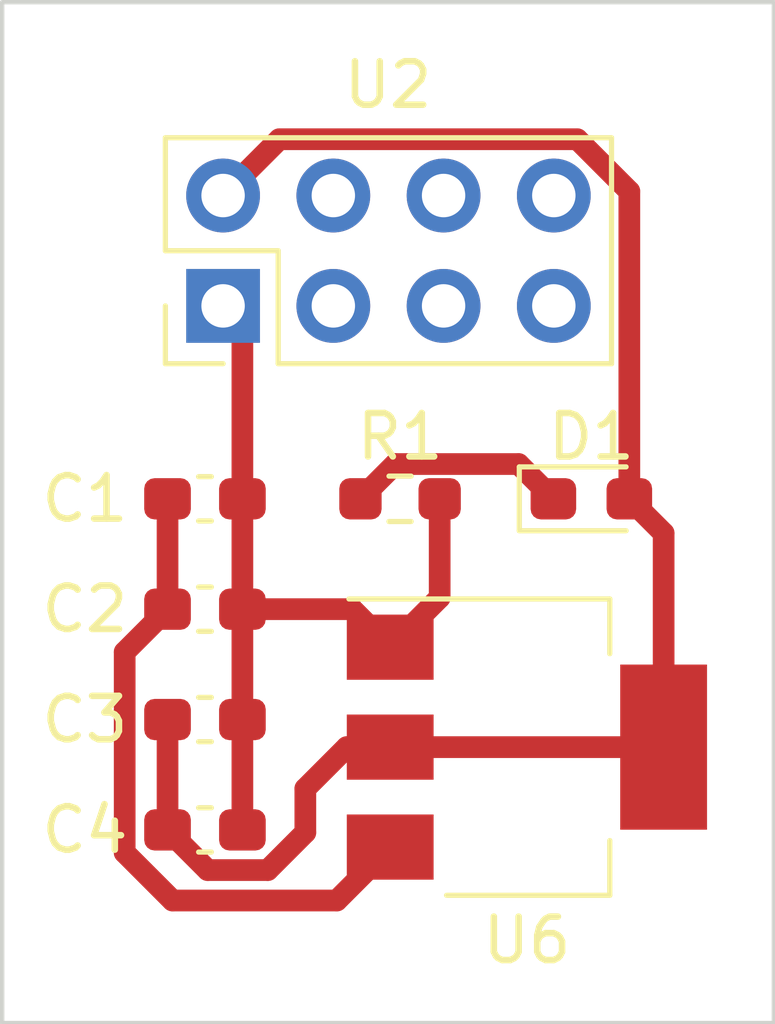
<source format=kicad_pcb>
(kicad_pcb (version 20221018) (generator pcbnew)
  (layers (0 "F.Cu" signal) (31 "B.Cu" signal) (34 "B.Paste" user) (35 "F.Paste" user) (36 "B.SilkS" user "B.Silkscreen") (37 "F.SilkS" user "F.Silkscreen") (38 "B.Mask" user) (39 "F.Mask" user) (44 "Edge.Cuts" user))
  (net 0 "")
  (net 1 "GND")
  (net 2 "NRF_VCC")
  (net 3 "+3.3V")
  (net 4 "Net-(D1-K)")
  (net 6 "NRF_MISO")
  (net 7 "NRF_MOSI")
  (net 8 "NRF_SCK")
  (net 9 "NRF_CSN")
  (net 10 "NRF_CE")
  (footprint "Package_TO_SOT_SMD:SOT-223-3_TabPin2" (layer "F.Cu") (at 145.44 96.52)
    (fp_text reference "U6" (at 0 4.445) (layer "F.SilkS"))
    (fp_text value "AP1117-33")
    (fp_line (start -4.1 -3.41) (end 1.91 -3.41) (stroke (width 0.12)) (layer "F.SilkS"))
    (fp_line (start -1.85 3.41) (end 1.91 3.41) (stroke (width 0.12)) (layer "F.SilkS"))
    (fp_line (start 1.91 -3.41) (end 1.91 -2.15) (stroke (width 0.12)) (layer "F.SilkS"))
    (fp_line (start 1.91 3.41) (end 1.91 2.15) (stroke (width 0.12)) (layer "F.SilkS"))
    (pad "1" smd rect (at -3.15 -2.3) (size 2 1.5) (layers "F.Cu" "F.Paste" "F.Mask") (net 1 "GND"))
    (pad "2" smd rect (at -3.15 0) (size 2 1.5) (layers "F.Cu" "F.Paste" "F.Mask") (net 2 "NRF_VCC"))
    (pad "2" smd rect (at 3.15 0) (size 2 3.8) (layers "F.Cu" "F.Paste" "F.Mask") (net 2 "NRF_VCC"))
    (pad "3" smd rect (at -3.15 2.3) (size 2 1.5) (layers "F.Cu" "F.Paste" "F.Mask") (net 3 "+3.3V"))
  )
  (footprint "Resistor_SMD:R_0603_1608Metric_Pad0.98x0.95mm_HandSolder" (layer "F.Cu") (at 142.5175 90.805)
    (fp_text reference "R1" (at 0 -1.43) (layer "F.SilkS"))
    (fp_text value "1k")
    (fp_line (start -0.254724 -0.5225) (end 0.254724 -0.5225) (stroke (width 0.12)) (layer "F.SilkS"))
    (fp_line (start -0.254724 0.5225) (end 0.254724 0.5225) (stroke (width 0.12)) (layer "F.SilkS"))
    (pad "1" smd roundrect (at -0.9125 0) (size 0.975 0.95) (layers "F.Cu" "F.Paste" "F.Mask") (net 4 "Net-(D1-K)"))
    (pad "2" smd roundrect (at 0.9125 0) (size 0.975 0.95) (layers "F.Cu" "F.Paste" "F.Mask") (net 1 "GND"))
  )
  (footprint "Capacitor_SMD:C_0603_1608Metric_Pad1.08x0.95mm_HandSolder" (layer "F.Cu") (at 138.0225 93.345)
    (fp_text reference "C2" (at -2.7675 0) (layer "F.SilkS"))
    (fp_text value "104")
    (fp_line (start -0.146267 -0.51) (end 0.146267 -0.51) (stroke (width 0.12)) (layer "F.SilkS"))
    (fp_line (start -0.146267 0.51) (end 0.146267 0.51) (stroke (width 0.12)) (layer "F.SilkS"))
    (pad "1" smd roundrect (at -0.8625 0) (size 1.075 0.95) (layers "F.Cu" "F.Paste" "F.Mask") (net 3 "+3.3V"))
    (pad "2" smd roundrect (at 0.8625 0) (size 1.075 0.95) (layers "F.Cu" "F.Paste" "F.Mask") (net 1 "GND"))
  )
  (footprint "Connector_PinHeader_2.54mm:PinHeader_2x04_P2.54mm_Vertical" (layer "F.Cu") (at 138.44 86.365 90)
    (fp_text reference "U2" (at 5.085 3.8) (layer "F.SilkS"))
    (fp_text value "~" hide)
    (fp_line (start -1.33 -1.33) (end 0 -1.33) (stroke (width 0.12)) (layer "F.SilkS"))
    (fp_line (start -1.33 0) (end -1.33 -1.33) (stroke (width 0.12)) (layer "F.SilkS"))
    (fp_line (start -1.33 1.27) (end -1.33 8.95) (stroke (width 0.12)) (layer "F.SilkS"))
    (fp_line (start -1.33 1.27) (end 1.27 1.27) (stroke (width 0.12)) (layer "F.SilkS"))
    (fp_line (start -1.33 8.95) (end 3.87 8.95) (stroke (width 0.12)) (layer "F.SilkS"))
    (fp_line (start 1.27 -1.33) (end 3.87 -1.33) (stroke (width 0.12)) (layer "F.SilkS"))
    (fp_line (start 1.27 1.27) (end 1.27 -1.33) (stroke (width 0.12)) (layer "F.SilkS"))
    (fp_line (start 3.87 -1.33) (end 3.87 8.95) (stroke (width 0.12)) (layer "F.SilkS"))
    (pad "1" thru_hole rect (at 0 0 90) (size 1.7 1.7) (drill 1) (layers "*.Cu" "*.Mask") (net 1 "GND"))
    (pad "2" thru_hole oval (at 2.54 0 90) (size 1.7 1.7) (drill 1) (layers "*.Cu" "*.Mask") (net 2 "NRF_VCC"))
    (pad "3" thru_hole oval (at 0 2.54 90) (size 1.7 1.7) (drill 1) (layers "*.Cu" "*.Mask") (net 10 "NRF_CE"))
    (pad "4" thru_hole oval (at 2.54 2.54 90) (size 1.7 1.7) (drill 1) (layers "*.Cu" "*.Mask") (net 9 "NRF_CSN"))
    (pad "5" thru_hole oval (at 0 5.08 90) (size 1.7 1.7) (drill 1) (layers "*.Cu" "*.Mask") (net 8 "NRF_SCK"))
    (pad "6" thru_hole oval (at 2.54 5.08 90) (size 1.7 1.7) (drill 1) (layers "*.Cu" "*.Mask") (net 7 "NRF_MOSI"))
    (pad "7" thru_hole oval (at 0 7.62 90) (size 1.7 1.7) (drill 1) (layers "*.Cu" "*.Mask") (net 6 "NRF_MISO"))
    (pad "8" thru_hole oval (at 2.54 7.62 90) (size 1.7 1.7) (drill 1) (layers "*.Cu" "*.Mask"))
  )
  (footprint "LED_SMD:LED_0603_1608Metric_Pad1.05x0.95mm_HandSolder" (layer "F.Cu") (at 146.925 90.805)
    (fp_text reference "D1" (at 0 -1.43) (layer "F.SilkS"))
    (fp_text value "LED")
    (fp_line (start -1.66 -0.735) (end -1.66 0.735) (stroke (width 0.12)) (layer "F.SilkS"))
    (fp_line (start -1.66 0.735) (end 0.8 0.735) (stroke (width 0.12)) (layer "F.SilkS"))
    (fp_line (start 0.8 -0.735) (end -1.66 -0.735) (stroke (width 0.12)) (layer "F.SilkS"))
    (pad "1" smd roundrect (at -0.875 0) (size 1.05 0.95) (layers "F.Cu" "F.Paste" "F.Mask") (net 4 "Net-(D1-K)"))
    (pad "2" smd roundrect (at 0.875 0) (size 1.05 0.95) (layers "F.Cu" "F.Paste" "F.Mask") (net 2 "NRF_VCC"))
  )
  (footprint "Capacitor_SMD:C_0603_1608Metric_Pad1.08x0.95mm_HandSolder" (layer "F.Cu") (at 138.0225 98.425)
    (fp_text reference "C4" (at -2.7675 0) (layer "F.SilkS"))
    (fp_text value "104")
    (fp_line (start -0.146267 -0.51) (end 0.146267 -0.51) (stroke (width 0.12)) (layer "F.SilkS"))
    (fp_line (start -0.146267 0.51) (end 0.146267 0.51) (stroke (width 0.12)) (layer "F.SilkS"))
    (pad "1" smd roundrect (at -0.8625 0) (size 1.075 0.95) (layers "F.Cu" "F.Paste" "F.Mask") (net 2 "NRF_VCC"))
    (pad "2" smd roundrect (at 0.8625 0) (size 1.075 0.95) (layers "F.Cu" "F.Paste" "F.Mask") (net 1 "GND"))
  )
  (footprint "Capacitor_SMD:C_0603_1608Metric_Pad1.08x0.95mm_HandSolder" (layer "F.Cu") (at 138.0225 90.805)
    (fp_text reference "C1" (at -2.7675 0) (layer "F.SilkS"))
    (fp_text value "10u")
    (fp_line (start -0.146267 -0.51) (end 0.146267 -0.51) (stroke (width 0.12)) (layer "F.SilkS"))
    (fp_line (start -0.146267 0.51) (end 0.146267 0.51) (stroke (width 0.12)) (layer "F.SilkS"))
    (pad "1" smd roundrect (at -0.8625 0) (size 1.075 0.95) (layers "F.Cu" "F.Paste" "F.Mask") (net 3 "+3.3V"))
    (pad "2" smd roundrect (at 0.8625 0) (size 1.075 0.95) (layers "F.Cu" "F.Paste" "F.Mask") (net 1 "GND"))
  )
  (footprint "Capacitor_SMD:C_0603_1608Metric_Pad1.08x0.95mm_HandSolder" (layer "F.Cu") (at 138.0225 95.885)
    (fp_text reference "C3" (at -2.7675 0) (layer "F.SilkS"))
    (fp_text value "10u")
    (fp_line (start -0.146267 -0.51) (end 0.146267 -0.51) (stroke (width 0.12)) (layer "F.SilkS"))
    (fp_line (start -0.146267 0.51) (end 0.146267 0.51) (stroke (width 0.12)) (layer "F.SilkS"))
    (pad "1" smd roundrect (at -0.8625 0) (size 1.075 0.95) (layers "F.Cu" "F.Paste" "F.Mask") (net 2 "NRF_VCC"))
    (pad "2" smd roundrect (at 0.8625 0) (size 1.075 0.95) (layers "F.Cu" "F.Paste" "F.Mask") (net 1 "GND"))
  )
  (gr_rect (start 133.35 79.375) (end 151.13 102.87) (stroke (width 0.1)) (fill none) (layer "Edge.Cuts"))
  (segment (start 138.885 90.805) (end 138.885 93.345) (width 0.5) (layer "F.Cu") (net 1))
  (segment (start 141.415 93.345) (end 142.29 94.22) (width 0.5) (layer "F.Cu") (net 1))
  (segment (start 138.885 86.81) (end 138.44 86.365) (width 0.5) (layer "F.Cu") (net 1))
  (segment (start 138.885 93.345) (end 138.885 98.425) (width 0.5) (layer "F.Cu") (net 1))
  (segment (start 143.43 90.805) (end 143.43 93.08) (width 0.5) (layer "F.Cu") (net 1))
  (segment (start 138.885 93.345) (end 141.415 93.345) (width 0.5) (layer "F.Cu") (net 1))
  (segment (start 143.43 93.08) (end 142.29 94.22) (width 0.5) (layer "F.Cu") (net 1))
  (segment (start 138.885 90.805) (end 138.885 86.175) (width 0.5) (layer "F.Cu") (net 1))
  (segment (start 137.16 98.425) (end 138.085 99.35) (width 0.5) (layer "F.Cu") (net 2))
  (segment (start 140.335 98.484772) (end 140.335 97.475) (width 0.5) (layer "F.Cu") (net 2))
  (segment (start 139.469772 99.35) (end 140.335 98.484772) (width 0.5) (layer "F.Cu") (net 2))
  (segment (start 140.335 97.475) (end 141.29 96.52) (width 0.5) (layer "F.Cu") (net 2))
  (segment (start 147.8 83.72817) (end 147.8 90.805) (width 0.5) (layer "F.Cu") (net 2))
  (segment (start 141.29 96.52) (end 142.29 96.52) (width 0.5) (layer "F.Cu") (net 2))
  (segment (start 147.8 83.72817) (end 146.601486 82.529656) (width 0.5) (layer "F.Cu") (net 2))
  (segment (start 138.085 99.35) (end 139.469772 99.35) (width 0.5) (layer "F.Cu") (net 2))
  (segment (start 148.59 96.52) (end 142.29 96.52) (width 0.5) (layer "F.Cu") (net 2))
  (segment (start 148.59 96.52) (end 148.59 91.595) (width 0.5) (layer "F.Cu") (net 2))
  (segment (start 137.16 95.885) (end 137.16 98.425) (width 0.5) (layer "F.Cu") (net 2))
  (segment (start 146.601486 82.529656) (end 139.735344 82.529656) (width 0.5) (layer "F.Cu") (net 2))
  (segment (start 139.735344 82.529656) (end 138.44 83.825) (width 0.5) (layer "F.Cu") (net 2))
  (segment (start 148.59 91.595) (end 147.8 90.805) (width 0.5) (layer "F.Cu") (net 2))
  (segment (start 141.06 100.05) (end 142.29 98.82) (width 0.5) (layer "F.Cu") (net 3))
  (segment (start 137.16 93.345) (end 136.1725 94.3325) (width 0.5) (layer "F.Cu") (net 3))
  (segment (start 136.1725 94.3325) (end 136.1725 98.947272) (width 0.5) (layer "F.Cu") (net 3))
  (segment (start 137.16 90.805) (end 137.16 93.345) (width 0.5) (layer "F.Cu") (net 3))
  (segment (start 136.1725 98.947272) (end 137.275228 100.05) (width 0.5) (layer "F.Cu") (net 3))
  (segment (start 137.275228 100.05) (end 141.06 100.05) (width 0.5) (layer "F.Cu") (net 3))
  (segment (start 142.405 90.005) (end 145.25 90.005) (width 0.5) (layer "F.Cu") (net 4))
  (segment (start 141.605 90.805) (end 142.405 90.005) (width 0.5) (layer "F.Cu") (net 4))
  (segment (start 145.25 90.005) (end 146.05 90.805) (width 0.5) (layer "F.Cu") (net 4))
)
</source>
